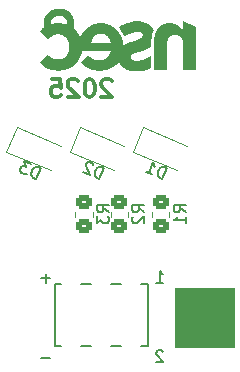
<source format=gbr>
%TF.GenerationSoftware,KiCad,Pcbnew,8.0.8*%
%TF.CreationDate,2025-04-07T01:45:18-03:00*%
%TF.ProjectId,Sao_SlotMachine_v2,53616f5f-536c-46f7-944d-616368696e65,rev?*%
%TF.SameCoordinates,Original*%
%TF.FileFunction,Legend,Bot*%
%TF.FilePolarity,Positive*%
%FSLAX46Y46*%
G04 Gerber Fmt 4.6, Leading zero omitted, Abs format (unit mm)*
G04 Created by KiCad (PCBNEW 8.0.8) date 2025-04-07 01:45:18*
%MOMM*%
%LPD*%
G01*
G04 APERTURE LIST*
G04 Aperture macros list*
%AMRoundRect*
0 Rectangle with rounded corners*
0 $1 Rounding radius*
0 $2 $3 $4 $5 $6 $7 $8 $9 X,Y pos of 4 corners*
0 Add a 4 corners polygon primitive as box body*
4,1,4,$2,$3,$4,$5,$6,$7,$8,$9,$2,$3,0*
0 Add four circle primitives for the rounded corners*
1,1,$1+$1,$2,$3*
1,1,$1+$1,$4,$5*
1,1,$1+$1,$6,$7*
1,1,$1+$1,$8,$9*
0 Add four rect primitives between the rounded corners*
20,1,$1+$1,$2,$3,$4,$5,0*
20,1,$1+$1,$4,$5,$6,$7,0*
20,1,$1+$1,$6,$7,$8,$9,0*
20,1,$1+$1,$8,$9,$2,$3,0*%
G04 Aperture macros list end*
%ADD10C,0.100000*%
%ADD11C,0.300000*%
%ADD12C,0.150000*%
%ADD13C,0.000000*%
%ADD14C,0.120000*%
%ADD15C,0.152400*%
%ADD16RoundRect,0.250000X0.450000X-0.350000X0.450000X0.350000X-0.450000X0.350000X-0.450000X-0.350000X0*%
%ADD17R,1.041400X3.200400*%
%ADD18RoundRect,0.250001X-0.669939X-0.394602X0.181526X-0.756027X0.669939X0.394602X-0.181526X0.756027X0*%
G04 APERTURE END LIST*
D10*
X126700000Y-75750000D02*
X131700000Y-75750000D01*
X131700000Y-80750000D01*
X126700000Y-80750000D01*
X126700000Y-75750000D01*
G36*
X126700000Y-75750000D02*
G01*
X131700000Y-75750000D01*
X131700000Y-80750000D01*
X126700000Y-80750000D01*
X126700000Y-75750000D01*
G37*
D11*
X121338003Y-58226590D02*
X121266575Y-58155162D01*
X121266575Y-58155162D02*
X121123718Y-58083733D01*
X121123718Y-58083733D02*
X120766575Y-58083733D01*
X120766575Y-58083733D02*
X120623718Y-58155162D01*
X120623718Y-58155162D02*
X120552289Y-58226590D01*
X120552289Y-58226590D02*
X120480860Y-58369447D01*
X120480860Y-58369447D02*
X120480860Y-58512305D01*
X120480860Y-58512305D02*
X120552289Y-58726590D01*
X120552289Y-58726590D02*
X121409432Y-59583733D01*
X121409432Y-59583733D02*
X120480860Y-59583733D01*
X119552289Y-58083733D02*
X119409432Y-58083733D01*
X119409432Y-58083733D02*
X119266575Y-58155162D01*
X119266575Y-58155162D02*
X119195147Y-58226590D01*
X119195147Y-58226590D02*
X119123718Y-58369447D01*
X119123718Y-58369447D02*
X119052289Y-58655162D01*
X119052289Y-58655162D02*
X119052289Y-59012305D01*
X119052289Y-59012305D02*
X119123718Y-59298019D01*
X119123718Y-59298019D02*
X119195147Y-59440876D01*
X119195147Y-59440876D02*
X119266575Y-59512305D01*
X119266575Y-59512305D02*
X119409432Y-59583733D01*
X119409432Y-59583733D02*
X119552289Y-59583733D01*
X119552289Y-59583733D02*
X119695147Y-59512305D01*
X119695147Y-59512305D02*
X119766575Y-59440876D01*
X119766575Y-59440876D02*
X119838004Y-59298019D01*
X119838004Y-59298019D02*
X119909432Y-59012305D01*
X119909432Y-59012305D02*
X119909432Y-58655162D01*
X119909432Y-58655162D02*
X119838004Y-58369447D01*
X119838004Y-58369447D02*
X119766575Y-58226590D01*
X119766575Y-58226590D02*
X119695147Y-58155162D01*
X119695147Y-58155162D02*
X119552289Y-58083733D01*
X118480861Y-58226590D02*
X118409433Y-58155162D01*
X118409433Y-58155162D02*
X118266576Y-58083733D01*
X118266576Y-58083733D02*
X117909433Y-58083733D01*
X117909433Y-58083733D02*
X117766576Y-58155162D01*
X117766576Y-58155162D02*
X117695147Y-58226590D01*
X117695147Y-58226590D02*
X117623718Y-58369447D01*
X117623718Y-58369447D02*
X117623718Y-58512305D01*
X117623718Y-58512305D02*
X117695147Y-58726590D01*
X117695147Y-58726590D02*
X118552290Y-59583733D01*
X118552290Y-59583733D02*
X117623718Y-59583733D01*
X116266576Y-58083733D02*
X116980862Y-58083733D01*
X116980862Y-58083733D02*
X117052290Y-58798019D01*
X117052290Y-58798019D02*
X116980862Y-58726590D01*
X116980862Y-58726590D02*
X116838005Y-58655162D01*
X116838005Y-58655162D02*
X116480862Y-58655162D01*
X116480862Y-58655162D02*
X116338005Y-58726590D01*
X116338005Y-58726590D02*
X116266576Y-58798019D01*
X116266576Y-58798019D02*
X116195147Y-58940876D01*
X116195147Y-58940876D02*
X116195147Y-59298019D01*
X116195147Y-59298019D02*
X116266576Y-59440876D01*
X116266576Y-59440876D02*
X116338005Y-59512305D01*
X116338005Y-59512305D02*
X116480862Y-59583733D01*
X116480862Y-59583733D02*
X116838005Y-59583733D01*
X116838005Y-59583733D02*
X116980862Y-59512305D01*
X116980862Y-59512305D02*
X117052290Y-59440876D01*
D12*
X121104819Y-69333333D02*
X120628628Y-69000000D01*
X121104819Y-68761905D02*
X120104819Y-68761905D01*
X120104819Y-68761905D02*
X120104819Y-69142857D01*
X120104819Y-69142857D02*
X120152438Y-69238095D01*
X120152438Y-69238095D02*
X120200057Y-69285714D01*
X120200057Y-69285714D02*
X120295295Y-69333333D01*
X120295295Y-69333333D02*
X120438152Y-69333333D01*
X120438152Y-69333333D02*
X120533390Y-69285714D01*
X120533390Y-69285714D02*
X120581009Y-69238095D01*
X120581009Y-69238095D02*
X120628628Y-69142857D01*
X120628628Y-69142857D02*
X120628628Y-68761905D01*
X120104819Y-69666667D02*
X120104819Y-70285714D01*
X120104819Y-70285714D02*
X120485771Y-69952381D01*
X120485771Y-69952381D02*
X120485771Y-70095238D01*
X120485771Y-70095238D02*
X120533390Y-70190476D01*
X120533390Y-70190476D02*
X120581009Y-70238095D01*
X120581009Y-70238095D02*
X120676247Y-70285714D01*
X120676247Y-70285714D02*
X120914342Y-70285714D01*
X120914342Y-70285714D02*
X121009580Y-70238095D01*
X121009580Y-70238095D02*
X121057200Y-70190476D01*
X121057200Y-70190476D02*
X121104819Y-70095238D01*
X121104819Y-70095238D02*
X121104819Y-69809524D01*
X121104819Y-69809524D02*
X121057200Y-69714286D01*
X121057200Y-69714286D02*
X121009580Y-69666667D01*
X127604819Y-69333333D02*
X127128628Y-69000000D01*
X127604819Y-68761905D02*
X126604819Y-68761905D01*
X126604819Y-68761905D02*
X126604819Y-69142857D01*
X126604819Y-69142857D02*
X126652438Y-69238095D01*
X126652438Y-69238095D02*
X126700057Y-69285714D01*
X126700057Y-69285714D02*
X126795295Y-69333333D01*
X126795295Y-69333333D02*
X126938152Y-69333333D01*
X126938152Y-69333333D02*
X127033390Y-69285714D01*
X127033390Y-69285714D02*
X127081009Y-69238095D01*
X127081009Y-69238095D02*
X127128628Y-69142857D01*
X127128628Y-69142857D02*
X127128628Y-68761905D01*
X127604819Y-70285714D02*
X127604819Y-69714286D01*
X127604819Y-70000000D02*
X126604819Y-70000000D01*
X126604819Y-70000000D02*
X126747676Y-69904762D01*
X126747676Y-69904762D02*
X126842914Y-69809524D01*
X126842914Y-69809524D02*
X126890533Y-69714286D01*
X124104819Y-69333333D02*
X123628628Y-69000000D01*
X124104819Y-68761905D02*
X123104819Y-68761905D01*
X123104819Y-68761905D02*
X123104819Y-69142857D01*
X123104819Y-69142857D02*
X123152438Y-69238095D01*
X123152438Y-69238095D02*
X123200057Y-69285714D01*
X123200057Y-69285714D02*
X123295295Y-69333333D01*
X123295295Y-69333333D02*
X123438152Y-69333333D01*
X123438152Y-69333333D02*
X123533390Y-69285714D01*
X123533390Y-69285714D02*
X123581009Y-69238095D01*
X123581009Y-69238095D02*
X123628628Y-69142857D01*
X123628628Y-69142857D02*
X123628628Y-68761905D01*
X123200057Y-69714286D02*
X123152438Y-69761905D01*
X123152438Y-69761905D02*
X123104819Y-69857143D01*
X123104819Y-69857143D02*
X123104819Y-70095238D01*
X123104819Y-70095238D02*
X123152438Y-70190476D01*
X123152438Y-70190476D02*
X123200057Y-70238095D01*
X123200057Y-70238095D02*
X123295295Y-70285714D01*
X123295295Y-70285714D02*
X123390533Y-70285714D01*
X123390533Y-70285714D02*
X123533390Y-70238095D01*
X123533390Y-70238095D02*
X124104819Y-69666667D01*
X124104819Y-69666667D02*
X124104819Y-70285714D01*
X125119646Y-75283616D02*
X125691074Y-75283616D01*
X125405360Y-75283616D02*
X125405360Y-74283616D01*
X125405360Y-74283616D02*
X125500598Y-74426473D01*
X125500598Y-74426473D02*
X125595836Y-74521711D01*
X125595836Y-74521711D02*
X125691074Y-74569330D01*
X125691074Y-81128854D02*
X125643455Y-81081235D01*
X125643455Y-81081235D02*
X125548217Y-81033616D01*
X125548217Y-81033616D02*
X125310122Y-81033616D01*
X125310122Y-81033616D02*
X125214884Y-81081235D01*
X125214884Y-81081235D02*
X125167265Y-81128854D01*
X125167265Y-81128854D02*
X125119646Y-81224092D01*
X125119646Y-81224092D02*
X125119646Y-81319330D01*
X125119646Y-81319330D02*
X125167265Y-81462187D01*
X125167265Y-81462187D02*
X125738693Y-82033616D01*
X125738693Y-82033616D02*
X125119646Y-82033616D01*
X116143455Y-81652663D02*
X115381551Y-81652663D01*
X116143455Y-74902663D02*
X115381551Y-74902663D01*
X115762503Y-75283616D02*
X115762503Y-74521711D01*
X120310576Y-66498225D02*
X120701307Y-65577720D01*
X120701307Y-65577720D02*
X120482140Y-65484689D01*
X120482140Y-65484689D02*
X120332033Y-65472704D01*
X120332033Y-65472704D02*
X120207153Y-65523159D01*
X120207153Y-65523159D02*
X120126107Y-65592220D01*
X120126107Y-65592220D02*
X120007849Y-65748948D01*
X120007849Y-65748948D02*
X119952030Y-65880448D01*
X119952030Y-65880448D02*
X119921438Y-66074389D01*
X119921438Y-66074389D02*
X119928059Y-66180662D01*
X119928059Y-66180662D02*
X119978514Y-66305542D01*
X119978514Y-66305542D02*
X120091409Y-66405194D01*
X120091409Y-66405194D02*
X120310576Y-66498225D01*
X119787424Y-65293263D02*
X119762196Y-65230823D01*
X119762196Y-65230823D02*
X119693135Y-65149777D01*
X119693135Y-65149777D02*
X119473968Y-65056746D01*
X119473968Y-65056746D02*
X119367694Y-65063367D01*
X119367694Y-65063367D02*
X119305254Y-65088594D01*
X119305254Y-65088594D02*
X119224208Y-65157655D01*
X119224208Y-65157655D02*
X119186996Y-65245322D01*
X119186996Y-65245322D02*
X119175011Y-65395429D01*
X119175011Y-65395429D02*
X119477739Y-66144707D01*
X119477739Y-66144707D02*
X118907902Y-65902825D01*
X114940576Y-66498225D02*
X115331307Y-65577720D01*
X115331307Y-65577720D02*
X115112140Y-65484689D01*
X115112140Y-65484689D02*
X114962033Y-65472704D01*
X114962033Y-65472704D02*
X114837153Y-65523159D01*
X114837153Y-65523159D02*
X114756107Y-65592220D01*
X114756107Y-65592220D02*
X114637849Y-65748948D01*
X114637849Y-65748948D02*
X114582030Y-65880448D01*
X114582030Y-65880448D02*
X114551438Y-66074389D01*
X114551438Y-66074389D02*
X114558059Y-66180662D01*
X114558059Y-66180662D02*
X114608514Y-66305542D01*
X114608514Y-66305542D02*
X114721409Y-66405194D01*
X114721409Y-66405194D02*
X114940576Y-66498225D01*
X114498470Y-65224202D02*
X113928633Y-64982321D01*
X113928633Y-64982321D02*
X114086618Y-65463233D01*
X114086618Y-65463233D02*
X113955118Y-65407414D01*
X113955118Y-65407414D02*
X113848844Y-65414035D01*
X113848844Y-65414035D02*
X113786405Y-65439262D01*
X113786405Y-65439262D02*
X113705358Y-65508323D01*
X113705358Y-65508323D02*
X113612327Y-65727491D01*
X113612327Y-65727491D02*
X113618948Y-65833765D01*
X113618948Y-65833765D02*
X113644176Y-65896204D01*
X113644176Y-65896204D02*
X113713237Y-65977250D01*
X113713237Y-65977250D02*
X113976238Y-66088888D01*
X113976238Y-66088888D02*
X114082511Y-66082267D01*
X114082511Y-66082267D02*
X114144951Y-66057039D01*
X125626457Y-66498225D02*
X126017188Y-65577720D01*
X126017188Y-65577720D02*
X125798021Y-65484689D01*
X125798021Y-65484689D02*
X125647914Y-65472704D01*
X125647914Y-65472704D02*
X125523034Y-65523159D01*
X125523034Y-65523159D02*
X125441988Y-65592220D01*
X125441988Y-65592220D02*
X125323730Y-65748948D01*
X125323730Y-65748948D02*
X125267911Y-65880448D01*
X125267911Y-65880448D02*
X125237319Y-66074389D01*
X125237319Y-66074389D02*
X125243940Y-66180662D01*
X125243940Y-66180662D02*
X125294395Y-66305542D01*
X125294395Y-66305542D02*
X125407290Y-66405194D01*
X125407290Y-66405194D02*
X125626457Y-66498225D01*
X124223783Y-65902825D02*
X124749786Y-66126100D01*
X124486785Y-66014463D02*
X124877516Y-65093958D01*
X124877516Y-65093958D02*
X124909364Y-65262671D01*
X124909364Y-65262671D02*
X124959819Y-65387551D01*
X124959819Y-65387551D02*
X125028880Y-65468597D01*
D13*
%TO.C,REF\u002A\u002A*%
G36*
X127405392Y-53139939D02*
G01*
X127405731Y-53139973D01*
X127406085Y-53140030D01*
X127406452Y-53140110D01*
X127406834Y-53140214D01*
X127407230Y-53140341D01*
X127407640Y-53140491D01*
X127408063Y-53140665D01*
X127408501Y-53140862D01*
X127408953Y-53141082D01*
X128495861Y-53684536D01*
X128496273Y-53684766D01*
X128496666Y-53685022D01*
X128497039Y-53685304D01*
X128497389Y-53685610D01*
X128497718Y-53685938D01*
X128498022Y-53686287D01*
X128498302Y-53686656D01*
X128498557Y-53687043D01*
X128498786Y-53687447D01*
X128498987Y-53687866D01*
X128499160Y-53688299D01*
X128499303Y-53688744D01*
X128499417Y-53689201D01*
X128499499Y-53689667D01*
X128499549Y-53690141D01*
X128499566Y-53690622D01*
X128499566Y-57253104D01*
X128499562Y-57253274D01*
X128499549Y-57253442D01*
X128499528Y-57253607D01*
X128499500Y-57253770D01*
X128499463Y-57253930D01*
X128499419Y-57254087D01*
X128499368Y-57254241D01*
X128499310Y-57254391D01*
X128499244Y-57254537D01*
X128499172Y-57254680D01*
X128499093Y-57254818D01*
X128499008Y-57254952D01*
X128498917Y-57255082D01*
X128498819Y-57255207D01*
X128498716Y-57255327D01*
X128498607Y-57255442D01*
X128498493Y-57255552D01*
X128498373Y-57255656D01*
X128498249Y-57255754D01*
X128498119Y-57255846D01*
X128497985Y-57255932D01*
X128497847Y-57256012D01*
X128497704Y-57256085D01*
X128497557Y-57256151D01*
X128497407Y-57256210D01*
X128497252Y-57256262D01*
X128497094Y-57256307D01*
X128496933Y-57256344D01*
X128496769Y-57256373D01*
X128496602Y-57256394D01*
X128496432Y-57256407D01*
X128496259Y-57256411D01*
X127408822Y-57256411D01*
X127408394Y-57256404D01*
X127407980Y-57256384D01*
X127407579Y-57256351D01*
X127407191Y-57256304D01*
X127406816Y-57256243D01*
X127406455Y-57256170D01*
X127406107Y-57256082D01*
X127405772Y-57255982D01*
X127405451Y-57255868D01*
X127405143Y-57255740D01*
X127404849Y-57255599D01*
X127404568Y-57255445D01*
X127404301Y-57255277D01*
X127404047Y-57255096D01*
X127403806Y-57254901D01*
X127403579Y-57254693D01*
X127403366Y-57254471D01*
X127403166Y-57254236D01*
X127402980Y-57253988D01*
X127402808Y-57253726D01*
X127402649Y-57253450D01*
X127402504Y-57253161D01*
X127402372Y-57252859D01*
X127402255Y-57252543D01*
X127402151Y-57252214D01*
X127402061Y-57251871D01*
X127401984Y-57251515D01*
X127401922Y-57251145D01*
X127401873Y-57250762D01*
X127401838Y-57250365D01*
X127401817Y-57249955D01*
X127401810Y-57249532D01*
X127402471Y-55096220D01*
X127400858Y-55028839D01*
X127395666Y-54962195D01*
X127386741Y-54896682D01*
X127373928Y-54832698D01*
X127366015Y-54801402D01*
X127357071Y-54770636D01*
X127347077Y-54740450D01*
X127336015Y-54710893D01*
X127323864Y-54682014D01*
X127310605Y-54653864D01*
X127296218Y-54626491D01*
X127280685Y-54599945D01*
X127263986Y-54574275D01*
X127246102Y-54549531D01*
X127227012Y-54525762D01*
X127206699Y-54503018D01*
X127185141Y-54481348D01*
X127162321Y-54460801D01*
X127138218Y-54441427D01*
X127112813Y-54423276D01*
X127086087Y-54406396D01*
X127058020Y-54390838D01*
X127028593Y-54376650D01*
X126997787Y-54363883D01*
X126965582Y-54352585D01*
X126931959Y-54342806D01*
X126896898Y-54334596D01*
X126860380Y-54328003D01*
X126828443Y-54323590D01*
X126796867Y-54320272D01*
X126765652Y-54318049D01*
X126734797Y-54316922D01*
X126704303Y-54316891D01*
X126674168Y-54317955D01*
X126644394Y-54320116D01*
X126614979Y-54323373D01*
X126567079Y-54331024D01*
X126521342Y-54341241D01*
X126477769Y-54354026D01*
X126436358Y-54369378D01*
X126416464Y-54378017D01*
X126397111Y-54387297D01*
X126378299Y-54397220D01*
X126360027Y-54407784D01*
X126342297Y-54418990D01*
X126325107Y-54430837D01*
X126308458Y-54443327D01*
X126292349Y-54456458D01*
X126276782Y-54470231D01*
X126261755Y-54484646D01*
X126247270Y-54499703D01*
X126233325Y-54515401D01*
X126219921Y-54531742D01*
X126207057Y-54548724D01*
X126194735Y-54566348D01*
X126182953Y-54584614D01*
X126161012Y-54623072D01*
X126141235Y-54664097D01*
X126123620Y-54707689D01*
X126108169Y-54753849D01*
X126096847Y-54793339D01*
X126087031Y-54832304D01*
X126078720Y-54870745D01*
X126071915Y-54908661D01*
X126066615Y-54946052D01*
X126062821Y-54982919D01*
X126060533Y-55019261D01*
X126059750Y-55055078D01*
X126058826Y-57249135D01*
X126058818Y-57249583D01*
X126058797Y-57250017D01*
X126058761Y-57250436D01*
X126058711Y-57250842D01*
X126058647Y-57251233D01*
X126058569Y-57251609D01*
X126058476Y-57251972D01*
X126058370Y-57252320D01*
X126058248Y-57252654D01*
X126058113Y-57252974D01*
X126057964Y-57253280D01*
X126057800Y-57253571D01*
X126057622Y-57253848D01*
X126057430Y-57254111D01*
X126057224Y-57254359D01*
X126057003Y-57254594D01*
X126056768Y-57254814D01*
X126056519Y-57255020D01*
X126056256Y-57255212D01*
X126055979Y-57255389D01*
X126055688Y-57255552D01*
X126055382Y-57255701D01*
X126055062Y-57255836D01*
X126054729Y-57255957D01*
X126054381Y-57256063D01*
X126054018Y-57256156D01*
X126053642Y-57256234D01*
X126053252Y-57256298D01*
X126052847Y-57256347D01*
X126052428Y-57256383D01*
X126051996Y-57256404D01*
X126051549Y-57256411D01*
X124964641Y-57256411D01*
X124964428Y-57256408D01*
X124964222Y-57256397D01*
X124964023Y-57256380D01*
X124963830Y-57256355D01*
X124963643Y-57256324D01*
X124963463Y-57256285D01*
X124963290Y-57256240D01*
X124963123Y-57256188D01*
X124962962Y-57256128D01*
X124962808Y-57256062D01*
X124962661Y-57255989D01*
X124962520Y-57255909D01*
X124962386Y-57255821D01*
X124962258Y-57255727D01*
X124962136Y-57255626D01*
X124962022Y-57255518D01*
X124961913Y-57255403D01*
X124961811Y-57255281D01*
X124961716Y-57255152D01*
X124961627Y-57255016D01*
X124961545Y-57254873D01*
X124961469Y-57254723D01*
X124961400Y-57254566D01*
X124961337Y-57254402D01*
X124961281Y-57254231D01*
X124961231Y-57254053D01*
X124961187Y-57253868D01*
X124961151Y-57253676D01*
X124961120Y-57253477D01*
X124961097Y-57253271D01*
X124961069Y-57252839D01*
X124961466Y-54716279D01*
X124962558Y-54656599D01*
X124965705Y-54596621D01*
X124970907Y-54536346D01*
X124978164Y-54475773D01*
X124987477Y-54414902D01*
X124998844Y-54353734D01*
X125012266Y-54292268D01*
X125027744Y-54230504D01*
X125037105Y-54196941D01*
X125047071Y-54164119D01*
X125057642Y-54132037D01*
X125068817Y-54100694D01*
X125080596Y-54070092D01*
X125092979Y-54040229D01*
X125105965Y-54011106D01*
X125119555Y-53982722D01*
X125155815Y-53914422D01*
X125195043Y-53849818D01*
X125237240Y-53788910D01*
X125282405Y-53731698D01*
X125330538Y-53678182D01*
X125381639Y-53628362D01*
X125435709Y-53582238D01*
X125492747Y-53539809D01*
X125552754Y-53501077D01*
X125615729Y-53466040D01*
X125681672Y-53434699D01*
X125750583Y-53407054D01*
X125822464Y-53383106D01*
X125897312Y-53362852D01*
X125975129Y-53346295D01*
X126055914Y-53333434D01*
X126125085Y-53325625D01*
X126193798Y-53320785D01*
X126261987Y-53318959D01*
X126329589Y-53320195D01*
X126396537Y-53324540D01*
X126462769Y-53332041D01*
X126528218Y-53342746D01*
X126592820Y-53356701D01*
X126656511Y-53373953D01*
X126719225Y-53394551D01*
X126780899Y-53418539D01*
X126841467Y-53445967D01*
X126900864Y-53476880D01*
X126959026Y-53511326D01*
X127015888Y-53549353D01*
X127071386Y-53591006D01*
X127114557Y-53626452D01*
X127156785Y-53663535D01*
X127198068Y-53702255D01*
X127238401Y-53742612D01*
X127277782Y-53784607D01*
X127316205Y-53828238D01*
X127353668Y-53873507D01*
X127390168Y-53920412D01*
X127391560Y-53922164D01*
X127392860Y-53923651D01*
X127393475Y-53924295D01*
X127394067Y-53924872D01*
X127394637Y-53925383D01*
X127395183Y-53925827D01*
X127395706Y-53926205D01*
X127396207Y-53926517D01*
X127396685Y-53926762D01*
X127397140Y-53926941D01*
X127397572Y-53927053D01*
X127397982Y-53927099D01*
X127398369Y-53927079D01*
X127398734Y-53926992D01*
X127399076Y-53926839D01*
X127399396Y-53926619D01*
X127399693Y-53926333D01*
X127399968Y-53925981D01*
X127400221Y-53925562D01*
X127400452Y-53925077D01*
X127400660Y-53924526D01*
X127400846Y-53923908D01*
X127401010Y-53923224D01*
X127401152Y-53922473D01*
X127401273Y-53921656D01*
X127401371Y-53920773D01*
X127401501Y-53918807D01*
X127401545Y-53916576D01*
X127401545Y-53145580D01*
X127401552Y-53145079D01*
X127401574Y-53144602D01*
X127401611Y-53144148D01*
X127401662Y-53143717D01*
X127401728Y-53143309D01*
X127401809Y-53142924D01*
X127401904Y-53142563D01*
X127402014Y-53142224D01*
X127402139Y-53141909D01*
X127402277Y-53141617D01*
X127402431Y-53141349D01*
X127402599Y-53141104D01*
X127402781Y-53140881D01*
X127402977Y-53140683D01*
X127403188Y-53140507D01*
X127403414Y-53140354D01*
X127403654Y-53140225D01*
X127403908Y-53140119D01*
X127404176Y-53140037D01*
X127404459Y-53139978D01*
X127404755Y-53139941D01*
X127405066Y-53139929D01*
X127405392Y-53139939D01*
G37*
G36*
X116921086Y-52082905D02*
G01*
X116978137Y-52085483D01*
X117035872Y-52090157D01*
X117125184Y-52101308D01*
X117212003Y-52116983D01*
X117296189Y-52137235D01*
X117377600Y-52162113D01*
X117456098Y-52191670D01*
X117494210Y-52208219D01*
X117531542Y-52225956D01*
X117568075Y-52244888D01*
X117603792Y-52265021D01*
X117638675Y-52286363D01*
X117672708Y-52308918D01*
X117705872Y-52332694D01*
X117738149Y-52357696D01*
X117769524Y-52383932D01*
X117799977Y-52411407D01*
X117829491Y-52440129D01*
X117858050Y-52470103D01*
X117885634Y-52501335D01*
X117912228Y-52533832D01*
X117937813Y-52567601D01*
X117962372Y-52602648D01*
X117985887Y-52638979D01*
X118008341Y-52676600D01*
X118029716Y-52715518D01*
X118049995Y-52755740D01*
X118069160Y-52797271D01*
X118087194Y-52840118D01*
X118096633Y-52864973D01*
X118105175Y-52890323D01*
X118112820Y-52916170D01*
X118119569Y-52942512D01*
X118125421Y-52969351D01*
X118130377Y-52996686D01*
X118134435Y-53024517D01*
X118137597Y-53052844D01*
X118139728Y-53077287D01*
X118141496Y-53101205D01*
X118142902Y-53124598D01*
X118143944Y-53147467D01*
X118144623Y-53169810D01*
X118144938Y-53191628D01*
X118144889Y-53212920D01*
X118144476Y-53233686D01*
X118136076Y-53471993D01*
X118134580Y-53532705D01*
X118133835Y-53593348D01*
X118134095Y-53653659D01*
X118135613Y-53713376D01*
X118135916Y-53720214D01*
X118136297Y-53727035D01*
X118136758Y-53733841D01*
X118137298Y-53740629D01*
X118137916Y-53747401D01*
X118138613Y-53754157D01*
X118139389Y-53760895D01*
X118140243Y-53767615D01*
X118140374Y-53768449D01*
X118140538Y-53769265D01*
X118140736Y-53770062D01*
X118140967Y-53770840D01*
X118141231Y-53771600D01*
X118141529Y-53772341D01*
X118141860Y-53773063D01*
X118142224Y-53773767D01*
X118142622Y-53774452D01*
X118143052Y-53775119D01*
X118143516Y-53775767D01*
X118144012Y-53776396D01*
X118144542Y-53777007D01*
X118145105Y-53777599D01*
X118145700Y-53778173D01*
X118146329Y-53778728D01*
X118191378Y-53817731D01*
X118235017Y-53857745D01*
X118277246Y-53898771D01*
X118318064Y-53940809D01*
X118357471Y-53983859D01*
X118395468Y-54027921D01*
X118432054Y-54072994D01*
X118467230Y-54119080D01*
X118500995Y-54166177D01*
X118533350Y-54214286D01*
X118564293Y-54263407D01*
X118593827Y-54313540D01*
X118621949Y-54364685D01*
X118648661Y-54416842D01*
X118673962Y-54470010D01*
X118697853Y-54524191D01*
X118698157Y-54524880D01*
X118698460Y-54525523D01*
X118698761Y-54526121D01*
X118699061Y-54526675D01*
X118699359Y-54527183D01*
X118699656Y-54527647D01*
X118699952Y-54528066D01*
X118700246Y-54528440D01*
X118700538Y-54528769D01*
X118700829Y-54529053D01*
X118701119Y-54529292D01*
X118701407Y-54529486D01*
X118701693Y-54529636D01*
X118701978Y-54529740D01*
X118702262Y-54529799D01*
X118702544Y-54529814D01*
X118702824Y-54529783D01*
X118703103Y-54529708D01*
X118703381Y-54529587D01*
X118703657Y-54529422D01*
X118703931Y-54529211D01*
X118704204Y-54528956D01*
X118704475Y-54528656D01*
X118704745Y-54528310D01*
X118705013Y-54527920D01*
X118705280Y-54527484D01*
X118705545Y-54527004D01*
X118705809Y-54526479D01*
X118706071Y-54525908D01*
X118706332Y-54525293D01*
X118706591Y-54524632D01*
X118706848Y-54523927D01*
X118720058Y-54487600D01*
X118733934Y-54451511D01*
X118748473Y-54415684D01*
X118763668Y-54380144D01*
X118779514Y-54344915D01*
X118796006Y-54310021D01*
X118813138Y-54275487D01*
X118830905Y-54241335D01*
X118849301Y-54207592D01*
X118868321Y-54174280D01*
X118887960Y-54141425D01*
X118908213Y-54109050D01*
X118929072Y-54077180D01*
X118950535Y-54045838D01*
X118972594Y-54015050D01*
X118995244Y-53984839D01*
X119067572Y-53896718D01*
X119144069Y-53815256D01*
X119224524Y-53740357D01*
X119308726Y-53671931D01*
X119396462Y-53609885D01*
X119487521Y-53554125D01*
X119581691Y-53504560D01*
X119678762Y-53461096D01*
X119778521Y-53423641D01*
X119880756Y-53392102D01*
X119985256Y-53366387D01*
X120091810Y-53346403D01*
X120200205Y-53332057D01*
X120310230Y-53323257D01*
X120421674Y-53319911D01*
X120534325Y-53321925D01*
X120635736Y-53328797D01*
X120736046Y-53340977D01*
X120835061Y-53358389D01*
X120932589Y-53380956D01*
X121028436Y-53408599D01*
X121122410Y-53441243D01*
X121214317Y-53478810D01*
X121303965Y-53521222D01*
X121391160Y-53568403D01*
X121475709Y-53620276D01*
X121557420Y-53676763D01*
X121636099Y-53737788D01*
X121711554Y-53803272D01*
X121783591Y-53873140D01*
X121852018Y-53947314D01*
X121916640Y-54025716D01*
X121959776Y-54083143D01*
X122000679Y-54141717D01*
X122039349Y-54201440D01*
X122075787Y-54262311D01*
X122109993Y-54324330D01*
X122141966Y-54387498D01*
X122171707Y-54451814D01*
X122199216Y-54517278D01*
X122224492Y-54583890D01*
X122247535Y-54651650D01*
X122268346Y-54720559D01*
X122286925Y-54790617D01*
X122303271Y-54861822D01*
X122317385Y-54934177D01*
X122329267Y-55007679D01*
X122338916Y-55082330D01*
X122342078Y-55112517D01*
X122344698Y-55143151D01*
X122346775Y-55174231D01*
X122348308Y-55205758D01*
X122348341Y-55206387D01*
X122348390Y-55206984D01*
X122348454Y-55207550D01*
X122348534Y-55208083D01*
X122348629Y-55208585D01*
X122348741Y-55209056D01*
X122348868Y-55209494D01*
X122349011Y-55209900D01*
X122349169Y-55210275D01*
X122349344Y-55210618D01*
X122349534Y-55210929D01*
X122349740Y-55211209D01*
X122349962Y-55211457D01*
X122350199Y-55211672D01*
X122350452Y-55211857D01*
X122350721Y-55212009D01*
X122351006Y-55212129D01*
X122351307Y-55212218D01*
X122351623Y-55212275D01*
X122351955Y-55212300D01*
X122352303Y-55212294D01*
X122352667Y-55212255D01*
X122353046Y-55212185D01*
X122353441Y-55212083D01*
X122353852Y-55211950D01*
X122354279Y-55211784D01*
X122354722Y-55211587D01*
X122355180Y-55211358D01*
X122355655Y-55211097D01*
X122356145Y-55210804D01*
X122356651Y-55210480D01*
X122357172Y-55210124D01*
X122394001Y-55184695D01*
X122431537Y-55160133D01*
X122469743Y-55136413D01*
X122508582Y-55113510D01*
X122548017Y-55091397D01*
X122588011Y-55070049D01*
X122669529Y-55029546D01*
X122752839Y-54991796D01*
X122837645Y-54956595D01*
X122923651Y-54923738D01*
X123010560Y-54893021D01*
X123256621Y-54808817D01*
X123492631Y-54727391D01*
X123532816Y-54713093D01*
X123572078Y-54698306D01*
X123610419Y-54683030D01*
X123647839Y-54667266D01*
X123684337Y-54651015D01*
X123719914Y-54634275D01*
X123754569Y-54617048D01*
X123788303Y-54599333D01*
X123809458Y-54587456D01*
X123830105Y-54574871D01*
X123850084Y-54561542D01*
X123869237Y-54547433D01*
X123887405Y-54532509D01*
X123904431Y-54516733D01*
X123920155Y-54500071D01*
X123934419Y-54482486D01*
X123940954Y-54473337D01*
X123947065Y-54463944D01*
X123952731Y-54454302D01*
X123957933Y-54444407D01*
X123962652Y-54434255D01*
X123966867Y-54423841D01*
X123970558Y-54413161D01*
X123973706Y-54402210D01*
X123976290Y-54390984D01*
X123978292Y-54379479D01*
X123979691Y-54367689D01*
X123980467Y-54355611D01*
X123980601Y-54343239D01*
X123980073Y-54330571D01*
X123978863Y-54317600D01*
X123976951Y-54304323D01*
X123974419Y-54291390D01*
X123971275Y-54278858D01*
X123967541Y-54266722D01*
X123963235Y-54254980D01*
X123958377Y-54243628D01*
X123952987Y-54232663D01*
X123947086Y-54222081D01*
X123940693Y-54211878D01*
X123933827Y-54202051D01*
X123926509Y-54192597D01*
X123918758Y-54183512D01*
X123910594Y-54174793D01*
X123893109Y-54158439D01*
X123874210Y-54143506D01*
X123854057Y-54129966D01*
X123832809Y-54117793D01*
X123810623Y-54106957D01*
X123787660Y-54097433D01*
X123764078Y-54089191D01*
X123740034Y-54082205D01*
X123715689Y-54076446D01*
X123691201Y-54071886D01*
X123652460Y-54066600D01*
X123613282Y-54063135D01*
X123573739Y-54061400D01*
X123533906Y-54061307D01*
X123493856Y-54062766D01*
X123453662Y-54065686D01*
X123413398Y-54069980D01*
X123373138Y-54075557D01*
X123332956Y-54082328D01*
X123292925Y-54090203D01*
X123253119Y-54099092D01*
X123213611Y-54108907D01*
X123135786Y-54130954D01*
X123060037Y-54155627D01*
X122982310Y-54183695D01*
X122904973Y-54213925D01*
X122828025Y-54246318D01*
X122751465Y-54280872D01*
X122675295Y-54317589D01*
X122599513Y-54356469D01*
X122524119Y-54397511D01*
X122449114Y-54440715D01*
X122448580Y-54441016D01*
X122448052Y-54441289D01*
X122447532Y-54441536D01*
X122447020Y-54441756D01*
X122446514Y-54441949D01*
X122446016Y-54442115D01*
X122445525Y-54442255D01*
X122445042Y-54442367D01*
X122444565Y-54442453D01*
X122444096Y-54442512D01*
X122443635Y-54442544D01*
X122443180Y-54442549D01*
X122442733Y-54442527D01*
X122442293Y-54442479D01*
X122441861Y-54442403D01*
X122441435Y-54442301D01*
X122441017Y-54442172D01*
X122440607Y-54442016D01*
X122440203Y-54441833D01*
X122439807Y-54441624D01*
X122439418Y-54441387D01*
X122439037Y-54441124D01*
X122438662Y-54440834D01*
X122438295Y-54440516D01*
X122437936Y-54440172D01*
X122437583Y-54439802D01*
X122437238Y-54439404D01*
X122436900Y-54438979D01*
X122436569Y-54438527D01*
X122436246Y-54438049D01*
X122435930Y-54437544D01*
X122435622Y-54437011D01*
X121996545Y-53641806D01*
X121996386Y-53641497D01*
X121996243Y-53641184D01*
X121996117Y-53640868D01*
X121996007Y-53640548D01*
X121995913Y-53640225D01*
X121995834Y-53639900D01*
X121995772Y-53639574D01*
X121995725Y-53639246D01*
X121995693Y-53638918D01*
X121995677Y-53638590D01*
X121995676Y-53638262D01*
X121995690Y-53637935D01*
X121995720Y-53637610D01*
X121995763Y-53637287D01*
X121995822Y-53636966D01*
X121995895Y-53636648D01*
X121995983Y-53636334D01*
X121996084Y-53636024D01*
X121996200Y-53635719D01*
X121996330Y-53635419D01*
X121996473Y-53635124D01*
X121996631Y-53634836D01*
X121996802Y-53634555D01*
X121996986Y-53634281D01*
X121997183Y-53634015D01*
X121997394Y-53633757D01*
X121997618Y-53633507D01*
X121997854Y-53633268D01*
X121998104Y-53633038D01*
X121998365Y-53632819D01*
X121998640Y-53632610D01*
X121998926Y-53632413D01*
X122090275Y-53574750D01*
X122183932Y-53520395D01*
X122279735Y-53469449D01*
X122377522Y-53422016D01*
X122477130Y-53378196D01*
X122578395Y-53338092D01*
X122681157Y-53301805D01*
X122785251Y-53269438D01*
X122890516Y-53241092D01*
X122996789Y-53216870D01*
X123103907Y-53196873D01*
X123211708Y-53181204D01*
X123320029Y-53169963D01*
X123428707Y-53163254D01*
X123537581Y-53161177D01*
X123646487Y-53163836D01*
X123743007Y-53170769D01*
X123839248Y-53182634D01*
X123934778Y-53199504D01*
X124029161Y-53221449D01*
X124121964Y-53248542D01*
X124212754Y-53280852D01*
X124301097Y-53318453D01*
X124344215Y-53339259D01*
X124386559Y-53361414D01*
X124428074Y-53384927D01*
X124468707Y-53409807D01*
X124508402Y-53436063D01*
X124547106Y-53463704D01*
X124584765Y-53492739D01*
X124621324Y-53523176D01*
X124656728Y-53555025D01*
X124690925Y-53588294D01*
X124723860Y-53622993D01*
X124755478Y-53659129D01*
X124785725Y-53696713D01*
X124814547Y-53735754D01*
X124841890Y-53776259D01*
X124867700Y-53818238D01*
X124891922Y-53861700D01*
X124914503Y-53906654D01*
X124914826Y-53907381D01*
X124915104Y-53908108D01*
X124915335Y-53908835D01*
X124915519Y-53909563D01*
X124915657Y-53910291D01*
X124915748Y-53911019D01*
X124915793Y-53911746D01*
X124915792Y-53912475D01*
X124915744Y-53913203D01*
X124915649Y-53913931D01*
X124915508Y-53914658D01*
X124915320Y-53915386D01*
X124915086Y-53916114D01*
X124914806Y-53916841D01*
X124914479Y-53917568D01*
X124914105Y-53918295D01*
X124892022Y-53960549D01*
X124871312Y-54003580D01*
X124851970Y-54047325D01*
X124833994Y-54091726D01*
X124817379Y-54136720D01*
X124802121Y-54182247D01*
X124788217Y-54228246D01*
X124775662Y-54274656D01*
X124764453Y-54321417D01*
X124754585Y-54368467D01*
X124746056Y-54415746D01*
X124738860Y-54463192D01*
X124732995Y-54510746D01*
X124728455Y-54558346D01*
X124725239Y-54605931D01*
X124723340Y-54653440D01*
X124720146Y-54804796D01*
X124718639Y-54954599D01*
X124718822Y-55102849D01*
X124720695Y-55249547D01*
X124720699Y-55250743D01*
X124720648Y-55251917D01*
X124720540Y-55253067D01*
X124720378Y-55254195D01*
X124720159Y-55255300D01*
X124719884Y-55256382D01*
X124719554Y-55257441D01*
X124719169Y-55258478D01*
X124718727Y-55259492D01*
X124718230Y-55260483D01*
X124717677Y-55261451D01*
X124717069Y-55262396D01*
X124716405Y-55263319D01*
X124715686Y-55264219D01*
X124714910Y-55265096D01*
X124714080Y-55265951D01*
X124703149Y-55276719D01*
X124691987Y-55287325D01*
X124680593Y-55297770D01*
X124668967Y-55308052D01*
X124657110Y-55318174D01*
X124645022Y-55328135D01*
X124632704Y-55337935D01*
X124620154Y-55347575D01*
X124581268Y-55375999D01*
X124541541Y-55403206D01*
X124501024Y-55429238D01*
X124459766Y-55454138D01*
X124417821Y-55477947D01*
X124375238Y-55500707D01*
X124332069Y-55522461D01*
X124288366Y-55543251D01*
X124244179Y-55563118D01*
X124199559Y-55582104D01*
X124109226Y-55617605D01*
X124017778Y-55650088D01*
X123925622Y-55679891D01*
X123714246Y-55744382D01*
X123505331Y-55806362D01*
X123467640Y-55817676D01*
X123430309Y-55829462D01*
X123393339Y-55841720D01*
X123356730Y-55854450D01*
X123320480Y-55867651D01*
X123284591Y-55881323D01*
X123249062Y-55895466D01*
X123213892Y-55910079D01*
X123196847Y-55917524D01*
X123180063Y-55925284D01*
X123163570Y-55933371D01*
X123147400Y-55941800D01*
X123131582Y-55950584D01*
X123116150Y-55959736D01*
X123101133Y-55969271D01*
X123086562Y-55979201D01*
X123072469Y-55989541D01*
X123058884Y-56000303D01*
X123045839Y-56011502D01*
X123033364Y-56023151D01*
X123021491Y-56035263D01*
X123010250Y-56047853D01*
X122999673Y-56060933D01*
X122989790Y-56074518D01*
X122987269Y-56078260D01*
X122984867Y-56081981D01*
X122982581Y-56085680D01*
X122980414Y-56089358D01*
X122978365Y-56093014D01*
X122976433Y-56096649D01*
X122974619Y-56100262D01*
X122972923Y-56103853D01*
X122971345Y-56107423D01*
X122969885Y-56110971D01*
X122968542Y-56114497D01*
X122967318Y-56118001D01*
X122966211Y-56121484D01*
X122965222Y-56124944D01*
X122964350Y-56128383D01*
X122963597Y-56131799D01*
X122959966Y-56152619D01*
X122957535Y-56172789D01*
X122956271Y-56192314D01*
X122956142Y-56211199D01*
X122957115Y-56229448D01*
X122959157Y-56247065D01*
X122962236Y-56264056D01*
X122966319Y-56280425D01*
X122971374Y-56296177D01*
X122977367Y-56311315D01*
X122984266Y-56325846D01*
X122992039Y-56339773D01*
X123000653Y-56353101D01*
X123010076Y-56365834D01*
X123020274Y-56377978D01*
X123031215Y-56389537D01*
X123042866Y-56400515D01*
X123055195Y-56410917D01*
X123068170Y-56420747D01*
X123081757Y-56430011D01*
X123095923Y-56438713D01*
X123110637Y-56446857D01*
X123141577Y-56461491D01*
X123174314Y-56473950D01*
X123208588Y-56484270D01*
X123244137Y-56492490D01*
X123280701Y-56498644D01*
X123334799Y-56504840D01*
X123389742Y-56508613D01*
X123445527Y-56509965D01*
X123502156Y-56508894D01*
X123559629Y-56505401D01*
X123617945Y-56499485D01*
X123677104Y-56491148D01*
X123737107Y-56480388D01*
X123803097Y-56466165D01*
X123868410Y-56449791D01*
X123933047Y-56431346D01*
X123997008Y-56410908D01*
X124060292Y-56388556D01*
X124122899Y-56364370D01*
X124184829Y-56338427D01*
X124246082Y-56310807D01*
X124306658Y-56281588D01*
X124366555Y-56250851D01*
X124425775Y-56218672D01*
X124484317Y-56185132D01*
X124542180Y-56150309D01*
X124599365Y-56114282D01*
X124655871Y-56077129D01*
X124711699Y-56038931D01*
X124712170Y-56038614D01*
X124712626Y-56038326D01*
X124713068Y-56038066D01*
X124713495Y-56037834D01*
X124713906Y-56037631D01*
X124714303Y-56037456D01*
X124714685Y-56037310D01*
X124715052Y-56037192D01*
X124715404Y-56037103D01*
X124715741Y-56037042D01*
X124716063Y-56037009D01*
X124716371Y-56037005D01*
X124716663Y-56037030D01*
X124716941Y-56037083D01*
X124717203Y-56037164D01*
X124717450Y-56037274D01*
X124717683Y-56037412D01*
X124717901Y-56037579D01*
X124718103Y-56037774D01*
X124718291Y-56037998D01*
X124718463Y-56038250D01*
X124718621Y-56038530D01*
X124718764Y-56038839D01*
X124718892Y-56039176D01*
X124719004Y-56039542D01*
X124719102Y-56039937D01*
X124719185Y-56040359D01*
X124719252Y-56040810D01*
X124719305Y-56041290D01*
X124719342Y-56041798D01*
X124719365Y-56042334D01*
X124719372Y-56042899D01*
X124719372Y-57108641D01*
X124719339Y-57109779D01*
X124719298Y-57110333D01*
X124719240Y-57110877D01*
X124719165Y-57111410D01*
X124719074Y-57111934D01*
X124718966Y-57112447D01*
X124718842Y-57112950D01*
X124718701Y-57113443D01*
X124718544Y-57113926D01*
X124718370Y-57114399D01*
X124718179Y-57114862D01*
X124717972Y-57115314D01*
X124717749Y-57115757D01*
X124717509Y-57116189D01*
X124717252Y-57116612D01*
X124716979Y-57117024D01*
X124716689Y-57117426D01*
X124716383Y-57117819D01*
X124716061Y-57118201D01*
X124715722Y-57118573D01*
X124715366Y-57118935D01*
X124714994Y-57119287D01*
X124714606Y-57119628D01*
X124714201Y-57119960D01*
X124713779Y-57120282D01*
X124713341Y-57120594D01*
X124712887Y-57120896D01*
X124712416Y-57121187D01*
X124711929Y-57121469D01*
X124710905Y-57122002D01*
X124624750Y-57161554D01*
X124538299Y-57198191D01*
X124451554Y-57231912D01*
X124364512Y-57262717D01*
X124277176Y-57290607D01*
X124189544Y-57315581D01*
X124101617Y-57337640D01*
X124013394Y-57356784D01*
X123924876Y-57373012D01*
X123836062Y-57386324D01*
X123746953Y-57396721D01*
X123657548Y-57404203D01*
X123567848Y-57408769D01*
X123477851Y-57410420D01*
X123387559Y-57409155D01*
X123296972Y-57404974D01*
X123190276Y-57395906D01*
X123084662Y-57381927D01*
X122980595Y-57362856D01*
X122878539Y-57338514D01*
X122778961Y-57308722D01*
X122730245Y-57291725D01*
X122682323Y-57273299D01*
X122635253Y-57253419D01*
X122589092Y-57232065D01*
X122543899Y-57209213D01*
X122499733Y-57184841D01*
X122456650Y-57158927D01*
X122414709Y-57131447D01*
X122373969Y-57102380D01*
X122334487Y-57071703D01*
X122296321Y-57039393D01*
X122259530Y-57005429D01*
X122224172Y-56969787D01*
X122190304Y-56932445D01*
X122157986Y-56893381D01*
X122127275Y-56852572D01*
X122098228Y-56809996D01*
X122070905Y-56765630D01*
X122045364Y-56719451D01*
X122021662Y-56671438D01*
X121999857Y-56621568D01*
X121980009Y-56569817D01*
X121979833Y-56569344D01*
X121979652Y-56568898D01*
X121979467Y-56568479D01*
X121979277Y-56568089D01*
X121979082Y-56567725D01*
X121978883Y-56567390D01*
X121978679Y-56567082D01*
X121978470Y-56566801D01*
X121978257Y-56566549D01*
X121978039Y-56566323D01*
X121977817Y-56566126D01*
X121977590Y-56565956D01*
X121977358Y-56565814D01*
X121977122Y-56565699D01*
X121976881Y-56565612D01*
X121976635Y-56565553D01*
X121976384Y-56565521D01*
X121976129Y-56565517D01*
X121975870Y-56565540D01*
X121975605Y-56565591D01*
X121975336Y-56565670D01*
X121975063Y-56565777D01*
X121974785Y-56565911D01*
X121974502Y-56566073D01*
X121974214Y-56566262D01*
X121973922Y-56566479D01*
X121973625Y-56566724D01*
X121973324Y-56566996D01*
X121973017Y-56567296D01*
X121972707Y-56567624D01*
X121972391Y-56567979D01*
X121972071Y-56568362D01*
X121934219Y-56614755D01*
X121902419Y-56653126D01*
X121888789Y-56669305D01*
X121876672Y-56683479D01*
X121866068Y-56695648D01*
X121856977Y-56705813D01*
X121789344Y-56776271D01*
X121718745Y-56842588D01*
X121645319Y-56904765D01*
X121569204Y-56962804D01*
X121490537Y-57016706D01*
X121409458Y-57066473D01*
X121326104Y-57112105D01*
X121240614Y-57153604D01*
X121153125Y-57190972D01*
X121063776Y-57224209D01*
X120972705Y-57253318D01*
X120880051Y-57278299D01*
X120785950Y-57299154D01*
X120690543Y-57315885D01*
X120593966Y-57328492D01*
X120496358Y-57336977D01*
X120403963Y-57341387D01*
X120312386Y-57342444D01*
X120221629Y-57340147D01*
X120131691Y-57334498D01*
X120042571Y-57325495D01*
X119954272Y-57313140D01*
X119866791Y-57297432D01*
X119780131Y-57278372D01*
X119704851Y-57258609D01*
X119630895Y-57235861D01*
X119558305Y-57210169D01*
X119487125Y-57181573D01*
X119417398Y-57150115D01*
X119349166Y-57115835D01*
X119282473Y-57078774D01*
X119217362Y-57038973D01*
X119153875Y-56996473D01*
X119092056Y-56951315D01*
X119031948Y-56903540D01*
X118973594Y-56853188D01*
X118917036Y-56800301D01*
X118862318Y-56744919D01*
X118809483Y-56687083D01*
X118758574Y-56626835D01*
X118758246Y-56626423D01*
X118757941Y-56626013D01*
X118757659Y-56625605D01*
X118757400Y-56625199D01*
X118757164Y-56624795D01*
X118756951Y-56624393D01*
X118756761Y-56623993D01*
X118756594Y-56623596D01*
X118756451Y-56623200D01*
X118756330Y-56622806D01*
X118756233Y-56622414D01*
X118756158Y-56622025D01*
X118756107Y-56621637D01*
X118756078Y-56621252D01*
X118756073Y-56620868D01*
X118756091Y-56620487D01*
X118756131Y-56620107D01*
X118756195Y-56619730D01*
X118756282Y-56619355D01*
X118756391Y-56618981D01*
X118756524Y-56618610D01*
X118756680Y-56618241D01*
X118756858Y-56617874D01*
X118757060Y-56617509D01*
X118757285Y-56617146D01*
X118757532Y-56616785D01*
X118757803Y-56616427D01*
X118758096Y-56616070D01*
X118758413Y-56615715D01*
X118758752Y-56615363D01*
X118759115Y-56615012D01*
X118759500Y-56614664D01*
X119376641Y-56068300D01*
X119377029Y-56067963D01*
X119377417Y-56067649D01*
X119377805Y-56067357D01*
X119378194Y-56067086D01*
X119378582Y-56066838D01*
X119378970Y-56066611D01*
X119379358Y-56066406D01*
X119379747Y-56066224D01*
X119380135Y-56066063D01*
X119380523Y-56065924D01*
X119380911Y-56065807D01*
X119381300Y-56065713D01*
X119381688Y-56065640D01*
X119382077Y-56065589D01*
X119382465Y-56065560D01*
X119382854Y-56065553D01*
X119383242Y-56065568D01*
X119383631Y-56065605D01*
X119384019Y-56065664D01*
X119384408Y-56065745D01*
X119384797Y-56065848D01*
X119385185Y-56065973D01*
X119385574Y-56066120D01*
X119385963Y-56066289D01*
X119386352Y-56066480D01*
X119386741Y-56066692D01*
X119387130Y-56066927D01*
X119387519Y-56067184D01*
X119387908Y-56067463D01*
X119388298Y-56067764D01*
X119388687Y-56068087D01*
X119389076Y-56068432D01*
X119427181Y-56102727D01*
X119465819Y-56136000D01*
X119505036Y-56168155D01*
X119544875Y-56199101D01*
X119585380Y-56228744D01*
X119626597Y-56256990D01*
X119668568Y-56283747D01*
X119711339Y-56308922D01*
X119754953Y-56332420D01*
X119799454Y-56354149D01*
X119844888Y-56374017D01*
X119891297Y-56391928D01*
X119938726Y-56407791D01*
X119987220Y-56421512D01*
X120036822Y-56432998D01*
X120087576Y-56442156D01*
X120118943Y-56446710D01*
X120150041Y-56450616D01*
X120180868Y-56453871D01*
X120211426Y-56456478D01*
X120241714Y-56458436D01*
X120271733Y-56459744D01*
X120301481Y-56460404D01*
X120330960Y-56460414D01*
X120360169Y-56459775D01*
X120389108Y-56458487D01*
X120417778Y-56456550D01*
X120446178Y-56453964D01*
X120474308Y-56450728D01*
X120502168Y-56446844D01*
X120529758Y-56442311D01*
X120557079Y-56437129D01*
X120592669Y-56429248D01*
X120627381Y-56420250D01*
X120661215Y-56410154D01*
X120694170Y-56398975D01*
X120726246Y-56386731D01*
X120757442Y-56373439D01*
X120787758Y-56359116D01*
X120817194Y-56343778D01*
X120845748Y-56327444D01*
X120873422Y-56310130D01*
X120926122Y-56272630D01*
X120975292Y-56231414D01*
X121020927Y-56186618D01*
X121063025Y-56138379D01*
X121101581Y-56086834D01*
X121136593Y-56032117D01*
X121168056Y-55974366D01*
X121195968Y-55913717D01*
X121220324Y-55850306D01*
X121241122Y-55784269D01*
X121258357Y-55715743D01*
X121258448Y-55715303D01*
X121258521Y-55714877D01*
X121258577Y-55714466D01*
X121258615Y-55714068D01*
X121258636Y-55713684D01*
X121258640Y-55713315D01*
X121258627Y-55712959D01*
X121258596Y-55712617D01*
X121258547Y-55712289D01*
X121258482Y-55711975D01*
X121258399Y-55711675D01*
X121258299Y-55711389D01*
X121258182Y-55711117D01*
X121258047Y-55710859D01*
X121257895Y-55710615D01*
X121257726Y-55710384D01*
X121257539Y-55710168D01*
X121257335Y-55709966D01*
X121257114Y-55709778D01*
X121256876Y-55709603D01*
X121256620Y-55709443D01*
X121256347Y-55709296D01*
X121256057Y-55709164D01*
X121255749Y-55709045D01*
X121255424Y-55708940D01*
X121255082Y-55708850D01*
X121254723Y-55708773D01*
X121254347Y-55708710D01*
X121253953Y-55708661D01*
X121253542Y-55708626D01*
X121253114Y-55708605D01*
X121252669Y-55708598D01*
X118833451Y-55708598D01*
X118833067Y-55708604D01*
X118832693Y-55708622D01*
X118832329Y-55708652D01*
X118831975Y-55708693D01*
X118831631Y-55708747D01*
X118831297Y-55708812D01*
X118830974Y-55708889D01*
X118830660Y-55708978D01*
X118830357Y-55709079D01*
X118830064Y-55709192D01*
X118829781Y-55709317D01*
X118829508Y-55709453D01*
X118829246Y-55709602D01*
X118828993Y-55709762D01*
X118828751Y-55709934D01*
X118828518Y-55710118D01*
X118828296Y-55710314D01*
X118828084Y-55710522D01*
X118827882Y-55710742D01*
X118827690Y-55710974D01*
X118827508Y-55711217D01*
X118827337Y-55711473D01*
X118827175Y-55711740D01*
X118827024Y-55712020D01*
X118826882Y-55712311D01*
X118826751Y-55712614D01*
X118826630Y-55712929D01*
X118826519Y-55713257D01*
X118826418Y-55713595D01*
X118826327Y-55713946D01*
X118826246Y-55714309D01*
X118826175Y-55714684D01*
X118813560Y-55779108D01*
X118799132Y-55842537D01*
X118782889Y-55904970D01*
X118764833Y-55966409D01*
X118744963Y-56026852D01*
X118723279Y-56086301D01*
X118699781Y-56144754D01*
X118674470Y-56202212D01*
X118647344Y-56258674D01*
X118618405Y-56314142D01*
X118587652Y-56368614D01*
X118555085Y-56422090D01*
X118520704Y-56474571D01*
X118484509Y-56526057D01*
X118446501Y-56576547D01*
X118406678Y-56626041D01*
X118344342Y-56697756D01*
X118279704Y-56765722D01*
X118212764Y-56829941D01*
X118143523Y-56890412D01*
X118071980Y-56947136D01*
X117998136Y-57000112D01*
X117921990Y-57049340D01*
X117843542Y-57094820D01*
X117762793Y-57136553D01*
X117679743Y-57174538D01*
X117594391Y-57208775D01*
X117506737Y-57239265D01*
X117416782Y-57266007D01*
X117324525Y-57289002D01*
X117229966Y-57308248D01*
X117133106Y-57323747D01*
X117062249Y-57332251D01*
X116989974Y-57338315D01*
X116916280Y-57341941D01*
X116841169Y-57343127D01*
X116764639Y-57341874D01*
X116686693Y-57338182D01*
X116607329Y-57332052D01*
X116526549Y-57323483D01*
X116460196Y-57314450D01*
X116394882Y-57303422D01*
X116330607Y-57290401D01*
X116267373Y-57275387D01*
X116205178Y-57258378D01*
X116144023Y-57239376D01*
X116083907Y-57218381D01*
X116024832Y-57195391D01*
X115966796Y-57170409D01*
X115909799Y-57143432D01*
X115853843Y-57114462D01*
X115798927Y-57083498D01*
X115745050Y-57050540D01*
X115692213Y-57015588D01*
X115640417Y-56978643D01*
X115589660Y-56939705D01*
X115549421Y-56906993D01*
X115509538Y-56873154D01*
X115470011Y-56838185D01*
X115430840Y-56802088D01*
X115392025Y-56764863D01*
X115353566Y-56726508D01*
X115315463Y-56687026D01*
X115277716Y-56646414D01*
X115277059Y-56645679D01*
X115276446Y-56644945D01*
X115275875Y-56644211D01*
X115275348Y-56643478D01*
X115274864Y-56642746D01*
X115274423Y-56642014D01*
X115274025Y-56641283D01*
X115273670Y-56640553D01*
X115273359Y-56639824D01*
X115273091Y-56639095D01*
X115272866Y-56638367D01*
X115272684Y-56637640D01*
X115272545Y-56636914D01*
X115272450Y-56636188D01*
X115272397Y-56635464D01*
X115272388Y-56634739D01*
X115272422Y-56634016D01*
X115272499Y-56633294D01*
X115272619Y-56632572D01*
X115272783Y-56631851D01*
X115272990Y-56631131D01*
X115273240Y-56630412D01*
X115273533Y-56629693D01*
X115273869Y-56628975D01*
X115274248Y-56628258D01*
X115274671Y-56627542D01*
X115275137Y-56626827D01*
X115275645Y-56626113D01*
X115276198Y-56625399D01*
X115276793Y-56624686D01*
X115277431Y-56623974D01*
X115278113Y-56623263D01*
X115905440Y-55989718D01*
X115905810Y-55989362D01*
X115906194Y-55989029D01*
X115906591Y-55988719D01*
X115906999Y-55988430D01*
X115907418Y-55988165D01*
X115907847Y-55987922D01*
X115908285Y-55987702D01*
X115908731Y-55987504D01*
X115909184Y-55987329D01*
X115909644Y-55987177D01*
X115910109Y-55987048D01*
X115910579Y-55986941D01*
X115911053Y-55986856D01*
X115911529Y-55986795D01*
X115912008Y-55986756D01*
X115912488Y-55986740D01*
X115912968Y-55986747D01*
X115913447Y-55986776D01*
X115913925Y-55986829D01*
X115914400Y-55986904D01*
X115914872Y-55987002D01*
X115915340Y-55987122D01*
X115915803Y-55987266D01*
X115916260Y-55987432D01*
X115916710Y-55987621D01*
X115917152Y-55987833D01*
X115917586Y-55988068D01*
X115918010Y-55988326D01*
X115918424Y-55988606D01*
X115918827Y-55988910D01*
X115919218Y-55989237D01*
X115919595Y-55989586D01*
X115943207Y-56012355D01*
X115967608Y-56035021D01*
X115992798Y-56057583D01*
X116018778Y-56080042D01*
X116045547Y-56102398D01*
X116073108Y-56124649D01*
X116101459Y-56146797D01*
X116130600Y-56168841D01*
X116173040Y-56199173D01*
X116215994Y-56227328D01*
X116259462Y-56253306D01*
X116303444Y-56277107D01*
X116347940Y-56298731D01*
X116392950Y-56318179D01*
X116438473Y-56335450D01*
X116484510Y-56350544D01*
X116531061Y-56363462D01*
X116578126Y-56374203D01*
X116625705Y-56382767D01*
X116673797Y-56389155D01*
X116722403Y-56393367D01*
X116771522Y-56395402D01*
X116821155Y-56395261D01*
X116871302Y-56392944D01*
X116921731Y-56388240D01*
X116971509Y-56381041D01*
X117020551Y-56371373D01*
X117068770Y-56359263D01*
X117116079Y-56344736D01*
X117162393Y-56327817D01*
X117207625Y-56308534D01*
X117251690Y-56286912D01*
X117294500Y-56262977D01*
X117335969Y-56236754D01*
X117376013Y-56208271D01*
X117414543Y-56177552D01*
X117451474Y-56144624D01*
X117486720Y-56109513D01*
X117520194Y-56072245D01*
X117551810Y-56032846D01*
X117583138Y-55989238D01*
X117611959Y-55944434D01*
X117638308Y-55898501D01*
X117662222Y-55851509D01*
X117683734Y-55803525D01*
X117702882Y-55754618D01*
X117719700Y-55704857D01*
X117734223Y-55654309D01*
X117746488Y-55603044D01*
X117756530Y-55551129D01*
X117764383Y-55498634D01*
X117770085Y-55445625D01*
X117773669Y-55392173D01*
X117775172Y-55338345D01*
X117774629Y-55284210D01*
X117772076Y-55229835D01*
X117767908Y-55181440D01*
X117761776Y-55133513D01*
X117753711Y-55086124D01*
X117743746Y-55039345D01*
X117738402Y-55018529D01*
X119630623Y-55018529D01*
X119630624Y-55018642D01*
X119630630Y-55018755D01*
X119630643Y-55018866D01*
X119630661Y-55018977D01*
X119630685Y-55019086D01*
X119630715Y-55019194D01*
X119630751Y-55019299D01*
X119630792Y-55019403D01*
X119630839Y-55019504D01*
X119630892Y-55019603D01*
X119630950Y-55019699D01*
X119631014Y-55019792D01*
X119631082Y-55019882D01*
X119631157Y-55019968D01*
X119631233Y-55020052D01*
X119631314Y-55020131D01*
X119631399Y-55020205D01*
X119631487Y-55020275D01*
X119631579Y-55020338D01*
X119631674Y-55020397D01*
X119631772Y-55020450D01*
X119631873Y-55020498D01*
X119631976Y-55020541D01*
X119632082Y-55020578D01*
X119632191Y-55020609D01*
X119632301Y-55020635D01*
X119632413Y-55020656D01*
X119632526Y-55020670D01*
X119632641Y-55020679D01*
X119632757Y-55020682D01*
X121269337Y-55020682D01*
X121269637Y-55020677D01*
X121269926Y-55020663D01*
X121270203Y-55020639D01*
X121270470Y-55020606D01*
X121270725Y-55020563D01*
X121270970Y-55020510D01*
X121271203Y-55020448D01*
X121271426Y-55020377D01*
X121271637Y-55020295D01*
X121271837Y-55020205D01*
X121272027Y-55020105D01*
X121272205Y-55019995D01*
X121272372Y-55019875D01*
X121272528Y-55019746D01*
X121272673Y-55019608D01*
X121272807Y-55019460D01*
X121272930Y-55019302D01*
X121273042Y-55019135D01*
X121273142Y-55018958D01*
X121273232Y-55018772D01*
X121273310Y-55018576D01*
X121273378Y-55018370D01*
X121273434Y-55018155D01*
X121273479Y-55017931D01*
X121273513Y-55017696D01*
X121273535Y-55017452D01*
X121273547Y-55017199D01*
X121273548Y-55016936D01*
X121273537Y-55016663D01*
X121273515Y-55016381D01*
X121273482Y-55016089D01*
X121273438Y-55015787D01*
X121266227Y-54974311D01*
X121257630Y-54932939D01*
X121247632Y-54891760D01*
X121236219Y-54850861D01*
X121223375Y-54810331D01*
X121209084Y-54770258D01*
X121193333Y-54730731D01*
X121176105Y-54691838D01*
X121157386Y-54653667D01*
X121137160Y-54616308D01*
X121115413Y-54579847D01*
X121092129Y-54544374D01*
X121067293Y-54509977D01*
X121040890Y-54476744D01*
X121012905Y-54444764D01*
X120983323Y-54414125D01*
X120944730Y-54378833D01*
X120903941Y-54346728D01*
X120861150Y-54317812D01*
X120816553Y-54292088D01*
X120770343Y-54269558D01*
X120722716Y-54250225D01*
X120673865Y-54234092D01*
X120623986Y-54221161D01*
X120573273Y-54211434D01*
X120521920Y-54204914D01*
X120470122Y-54201603D01*
X120418074Y-54201505D01*
X120365970Y-54204621D01*
X120314005Y-54210954D01*
X120262373Y-54220507D01*
X120211269Y-54233282D01*
X120178416Y-54243414D01*
X120146576Y-54254904D01*
X120115743Y-54267710D01*
X120085911Y-54281788D01*
X120057074Y-54297097D01*
X120029224Y-54313591D01*
X120002355Y-54331230D01*
X119976462Y-54349969D01*
X119951536Y-54369767D01*
X119927573Y-54390579D01*
X119882505Y-54435077D01*
X119841208Y-54483119D01*
X119803629Y-54534361D01*
X119769716Y-54588461D01*
X119739418Y-54645075D01*
X119712683Y-54703858D01*
X119689459Y-54764468D01*
X119669694Y-54826561D01*
X119653338Y-54889793D01*
X119640337Y-54953821D01*
X119630641Y-55018301D01*
X119630629Y-55018415D01*
X119630623Y-55018529D01*
X117738402Y-55018529D01*
X117731912Y-54993248D01*
X117718241Y-54947903D01*
X117702764Y-54903381D01*
X117685513Y-54859755D01*
X117666521Y-54817096D01*
X117645818Y-54775474D01*
X117623437Y-54734961D01*
X117599409Y-54695628D01*
X117573767Y-54657547D01*
X117546541Y-54620789D01*
X117517763Y-54585425D01*
X117487466Y-54551526D01*
X117455682Y-54519164D01*
X117422441Y-54488410D01*
X117387775Y-54459336D01*
X117351717Y-54432012D01*
X117314299Y-54406510D01*
X117275551Y-54382901D01*
X117235505Y-54361256D01*
X117194194Y-54341648D01*
X117151650Y-54324146D01*
X117107903Y-54308823D01*
X117062986Y-54295749D01*
X117016930Y-54284996D01*
X116969767Y-54276635D01*
X116921530Y-54270738D01*
X116872249Y-54267376D01*
X116821957Y-54266620D01*
X116774887Y-54268100D01*
X116728502Y-54271450D01*
X116682802Y-54276670D01*
X116637786Y-54283760D01*
X116593455Y-54292719D01*
X116549808Y-54303547D01*
X116506846Y-54316246D01*
X116464567Y-54330814D01*
X116422973Y-54347252D01*
X116382064Y-54365559D01*
X116341838Y-54385736D01*
X116302297Y-54407783D01*
X116263440Y-54431699D01*
X116225267Y-54457485D01*
X116187778Y-54485141D01*
X116150973Y-54514666D01*
X116126577Y-54535375D01*
X116102542Y-54556356D01*
X116078867Y-54577609D01*
X116055553Y-54599135D01*
X116032599Y-54620933D01*
X116010005Y-54643005D01*
X115987771Y-54665350D01*
X115965897Y-54687969D01*
X115965666Y-54688198D01*
X115965425Y-54688413D01*
X115965174Y-54688616D01*
X115964914Y-54688804D01*
X115964645Y-54688979D01*
X115964369Y-54689139D01*
X115964085Y-54689285D01*
X115963794Y-54689415D01*
X115963497Y-54689531D01*
X115963194Y-54689632D01*
X115962887Y-54689717D01*
X115962575Y-54689786D01*
X115962259Y-54689839D01*
X115961939Y-54689876D01*
X115961618Y-54689896D01*
X115961293Y-54689900D01*
X115960970Y-54689886D01*
X115960649Y-54689856D01*
X115960331Y-54689809D01*
X115960017Y-54689747D01*
X115959708Y-54689668D01*
X115959404Y-54689574D01*
X115959105Y-54689464D01*
X115958813Y-54689339D01*
X115958528Y-54689200D01*
X115958250Y-54689046D01*
X115957979Y-54688878D01*
X115957718Y-54688696D01*
X115957466Y-54688501D01*
X115957223Y-54688292D01*
X115956991Y-54688071D01*
X115956769Y-54687836D01*
X115294253Y-53975181D01*
X115293940Y-53974842D01*
X115293647Y-53974503D01*
X115293374Y-53974164D01*
X115293122Y-53973824D01*
X115292888Y-53973484D01*
X115292675Y-53973144D01*
X115292482Y-53972803D01*
X115292308Y-53972462D01*
X115292155Y-53972121D01*
X115292021Y-53971780D01*
X115291907Y-53971438D01*
X115291813Y-53971096D01*
X115291739Y-53970754D01*
X115291685Y-53970411D01*
X115291651Y-53970069D01*
X115291636Y-53969726D01*
X115291642Y-53969382D01*
X115291668Y-53969039D01*
X115291713Y-53968695D01*
X115291778Y-53968350D01*
X115291864Y-53968006D01*
X115291969Y-53967661D01*
X115292094Y-53967316D01*
X115292240Y-53966971D01*
X115292405Y-53966626D01*
X115292590Y-53966280D01*
X115292795Y-53965934D01*
X115293020Y-53965588D01*
X115293265Y-53965241D01*
X115293530Y-53964895D01*
X115293815Y-53964548D01*
X115294120Y-53964201D01*
X115332598Y-53922331D01*
X115371635Y-53881921D01*
X115411229Y-53842971D01*
X115451382Y-53805480D01*
X115492093Y-53769450D01*
X115533361Y-53734879D01*
X115575188Y-53701768D01*
X115617573Y-53670116D01*
X115618232Y-53669610D01*
X115618853Y-53669083D01*
X115619437Y-53668535D01*
X115619985Y-53667966D01*
X115620494Y-53667377D01*
X115620967Y-53666767D01*
X115621403Y-53666136D01*
X115621802Y-53665484D01*
X115622163Y-53664813D01*
X115622488Y-53664120D01*
X115622775Y-53663407D01*
X115623026Y-53662673D01*
X115623240Y-53661919D01*
X115623416Y-53661144D01*
X115623556Y-53660349D01*
X115623659Y-53659533D01*
X115624180Y-53653762D01*
X115624552Y-53647957D01*
X115624775Y-53642119D01*
X115624849Y-53636248D01*
X115624775Y-53630344D01*
X115624552Y-53624408D01*
X115624180Y-53618439D01*
X115623659Y-53612437D01*
X115615950Y-53529310D01*
X115609234Y-53448859D01*
X115603513Y-53371086D01*
X115601341Y-53336564D01*
X116197654Y-53336564D01*
X116197672Y-53379207D01*
X116197713Y-53380269D01*
X116197786Y-53381288D01*
X116197891Y-53382265D01*
X116198028Y-53383199D01*
X116198196Y-53384092D01*
X116198397Y-53384942D01*
X116198630Y-53385749D01*
X116198895Y-53386514D01*
X116199192Y-53387237D01*
X116199521Y-53387918D01*
X116199882Y-53388556D01*
X116200276Y-53389152D01*
X116200701Y-53389705D01*
X116201158Y-53390216D01*
X116201647Y-53390685D01*
X116202169Y-53391112D01*
X116202722Y-53391496D01*
X116203307Y-53391837D01*
X116203925Y-53392137D01*
X116204574Y-53392394D01*
X116205256Y-53392608D01*
X116205970Y-53392780D01*
X116206715Y-53392910D01*
X116207493Y-53392998D01*
X116208303Y-53393043D01*
X116209145Y-53393046D01*
X116210019Y-53393006D01*
X116210925Y-53392924D01*
X116211863Y-53392799D01*
X116212833Y-53392632D01*
X116213836Y-53392423D01*
X116214870Y-53392172D01*
X116296474Y-53372980D01*
X116379628Y-53356748D01*
X116464333Y-53343477D01*
X116550588Y-53333166D01*
X116638395Y-53325816D01*
X116727752Y-53321426D01*
X116818661Y-53319997D01*
X116911121Y-53321528D01*
X116996989Y-53325892D01*
X117081753Y-53333498D01*
X117165413Y-53344346D01*
X117247969Y-53358436D01*
X117329421Y-53375766D01*
X117369734Y-53385647D01*
X117409770Y-53396338D01*
X117449530Y-53407839D01*
X117489015Y-53420151D01*
X117528223Y-53433273D01*
X117567156Y-53447205D01*
X117567596Y-53447360D01*
X117568023Y-53447495D01*
X117568438Y-53447610D01*
X117568840Y-53447706D01*
X117569229Y-53447782D01*
X117569606Y-53447837D01*
X117569970Y-53447873D01*
X117570321Y-53447889D01*
X117570660Y-53447886D01*
X117570986Y-53447862D01*
X117571299Y-53447818D01*
X117571600Y-53447755D01*
X117571888Y-53447672D01*
X117572163Y-53447568D01*
X117572426Y-53447445D01*
X117572676Y-53447303D01*
X117572913Y-53447140D01*
X117573138Y-53446957D01*
X117573350Y-53446755D01*
X117573549Y-53446532D01*
X117573736Y-53446290D01*
X117573911Y-53446027D01*
X117574072Y-53445745D01*
X117574221Y-53445443D01*
X117574358Y-53445121D01*
X117574482Y-53444779D01*
X117574593Y-53444418D01*
X117574692Y-53444036D01*
X117574778Y-53443634D01*
X117574852Y-53443213D01*
X117574913Y-53442772D01*
X117574961Y-53442310D01*
X117577195Y-53408407D01*
X117578099Y-53374930D01*
X117577686Y-53341907D01*
X117575968Y-53309367D01*
X117572956Y-53277340D01*
X117568663Y-53245855D01*
X117563100Y-53214939D01*
X117556279Y-53184623D01*
X117548212Y-53154934D01*
X117538911Y-53125902D01*
X117528387Y-53097555D01*
X117516653Y-53069924D01*
X117503720Y-53043035D01*
X117489601Y-53016919D01*
X117474307Y-52991604D01*
X117457850Y-52967118D01*
X117440242Y-52943492D01*
X117421494Y-52920754D01*
X117401619Y-52898932D01*
X117380629Y-52878055D01*
X117358535Y-52858153D01*
X117335350Y-52839254D01*
X117311084Y-52821387D01*
X117285751Y-52804582D01*
X117259361Y-52788866D01*
X117231927Y-52774269D01*
X117203461Y-52760819D01*
X117173974Y-52748546D01*
X117143478Y-52737478D01*
X117111986Y-52727645D01*
X117079509Y-52719074D01*
X117046059Y-52711796D01*
X117007101Y-52705197D01*
X116967750Y-52700534D01*
X116928126Y-52697810D01*
X116888351Y-52697031D01*
X116848544Y-52698199D01*
X116808827Y-52701320D01*
X116769321Y-52706396D01*
X116730146Y-52713433D01*
X116691425Y-52722434D01*
X116653277Y-52733403D01*
X116615823Y-52746344D01*
X116579185Y-52761262D01*
X116543483Y-52778161D01*
X116508839Y-52797044D01*
X116475373Y-52817916D01*
X116443206Y-52840780D01*
X116412495Y-52865440D01*
X116383833Y-52891299D01*
X116357220Y-52918357D01*
X116332656Y-52946614D01*
X116310140Y-52976070D01*
X116289673Y-53006724D01*
X116271255Y-53038578D01*
X116254885Y-53071631D01*
X116240564Y-53105882D01*
X116228291Y-53141332D01*
X116218067Y-53177981D01*
X116209891Y-53215829D01*
X116203764Y-53254875D01*
X116199685Y-53295120D01*
X116197654Y-53336564D01*
X115601341Y-53336564D01*
X115598788Y-53295996D01*
X115597818Y-53273694D01*
X115597424Y-53251303D01*
X115597606Y-53228823D01*
X115598364Y-53206255D01*
X115599697Y-53183597D01*
X115601606Y-53160850D01*
X115604091Y-53138015D01*
X115607152Y-53115090D01*
X115610789Y-53092076D01*
X115615001Y-53068974D01*
X115619789Y-53045782D01*
X115625153Y-53022502D01*
X115631092Y-52999132D01*
X115637608Y-52975673D01*
X115644699Y-52952126D01*
X115652366Y-52928489D01*
X115671240Y-52875955D01*
X115692113Y-52824911D01*
X115714985Y-52775359D01*
X115739857Y-52727299D01*
X115766727Y-52680729D01*
X115795597Y-52635651D01*
X115826465Y-52592065D01*
X115859333Y-52549970D01*
X115894200Y-52509366D01*
X115931065Y-52470254D01*
X115969929Y-52432633D01*
X116010792Y-52396503D01*
X116053654Y-52361865D01*
X116098515Y-52328718D01*
X116145375Y-52297063D01*
X116194233Y-52266899D01*
X116241704Y-52240133D01*
X116289858Y-52215463D01*
X116338698Y-52192889D01*
X116388221Y-52172411D01*
X116438428Y-52154028D01*
X116489319Y-52137742D01*
X116540895Y-52123551D01*
X116593155Y-52111456D01*
X116646099Y-52101457D01*
X116699728Y-52093555D01*
X116754041Y-52087748D01*
X116809038Y-52084037D01*
X116864720Y-52082423D01*
X116921086Y-52082905D01*
G37*
D14*
%TO.C,R3*%
X118265000Y-69272936D02*
X118265000Y-69727064D01*
X119735000Y-69272936D02*
X119735000Y-69727064D01*
%TO.C,R1*%
X124765000Y-69272936D02*
X124765000Y-69727064D01*
X126235000Y-69272936D02*
X126235000Y-69727064D01*
%TO.C,R2*%
X121265000Y-69272936D02*
X121265000Y-69727064D01*
X122735000Y-69272936D02*
X122735000Y-69727064D01*
D15*
%TO.C,J1*%
X116523000Y-75371100D02*
X116523000Y-80628900D01*
X116523000Y-80628900D02*
X117066560Y-80628900D01*
X117066560Y-75371100D02*
X116523000Y-75371100D01*
X118773440Y-80628900D02*
X119606560Y-80628900D01*
X119606560Y-75371100D02*
X118773440Y-75371100D01*
X121313440Y-80628900D02*
X122146560Y-80628900D01*
X122146560Y-75371100D02*
X121313440Y-75371100D01*
X123853440Y-80628900D02*
X124397000Y-80628900D01*
X124397000Y-75371100D02*
X123853440Y-75371100D01*
X124397000Y-80628900D02*
X124397000Y-75371100D01*
D14*
%TO.C,D2*%
X117812078Y-64199422D02*
X121549328Y-65785789D01*
X118699038Y-62109875D02*
X117812078Y-64199422D01*
X122436288Y-63696244D02*
X118699038Y-62109875D01*
%TO.C,D3*%
X112442078Y-64199422D02*
X116179328Y-65785789D01*
X113329038Y-62109875D02*
X112442078Y-64199422D01*
X117066288Y-63696244D02*
X113329038Y-62109875D01*
%TO.C,D1*%
X123127959Y-64199422D02*
X126865208Y-65785790D01*
X124014919Y-62109875D02*
X123127959Y-64199422D01*
X127752169Y-63696244D02*
X124014919Y-62109875D01*
%TD*%
%LPC*%
D16*
%TO.C,R3*%
X119000000Y-70500000D03*
X119000000Y-68500000D03*
%TD*%
%TO.C,R1*%
X125500000Y-70500000D03*
X125500000Y-68500000D03*
%TD*%
%TO.C,R2*%
X122000000Y-70500000D03*
X122000000Y-68500000D03*
%TD*%
D17*
%TO.C,J1*%
X123000000Y-75475001D03*
X123000000Y-80524999D03*
X120460000Y-75475001D03*
X120460000Y-80524999D03*
X117920000Y-75475001D03*
X117920000Y-80524999D03*
%TD*%
D18*
%TO.C,D2*%
X119150749Y-63534634D03*
X121889251Y-64697060D03*
%TD*%
%TO.C,D3*%
X113780749Y-63534634D03*
X116519251Y-64697060D03*
%TD*%
%TO.C,D1*%
X124466630Y-63534635D03*
X127205132Y-64697059D03*
%TD*%
%LPD*%
M02*

</source>
